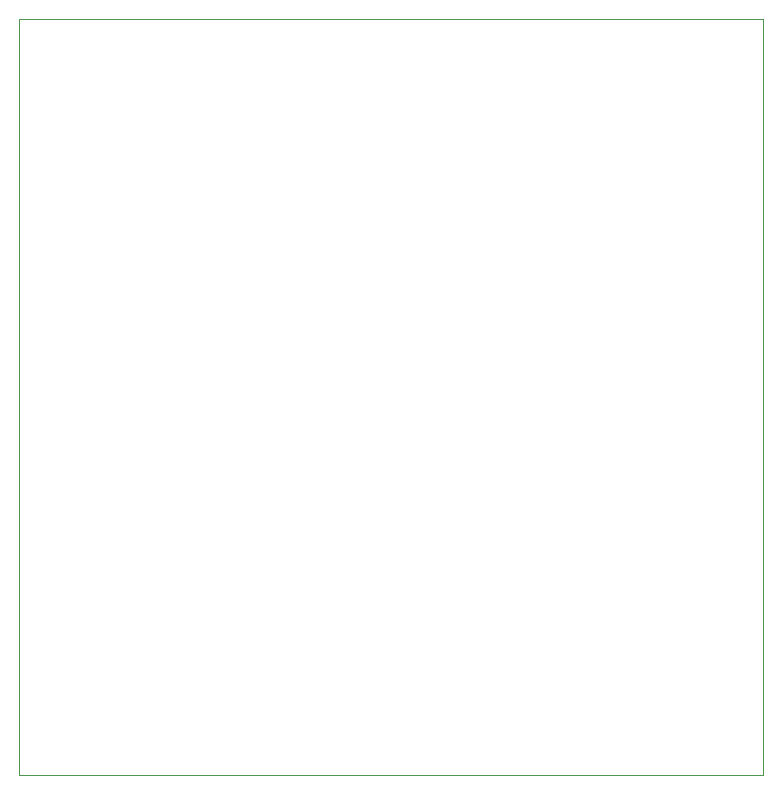
<source format=gbr>
%TF.GenerationSoftware,KiCad,Pcbnew,8.0.3*%
%TF.CreationDate,2025-03-24T19:08:41+01:00*%
%TF.ProjectId,PCB_1_Esp32_Screen,5043425f-315f-4457-9370-33325f536372,rev?*%
%TF.SameCoordinates,Original*%
%TF.FileFunction,Profile,NP*%
%FSLAX46Y46*%
G04 Gerber Fmt 4.6, Leading zero omitted, Abs format (unit mm)*
G04 Created by KiCad (PCBNEW 8.0.3) date 2025-03-24 19:08:41*
%MOMM*%
%LPD*%
G01*
G04 APERTURE LIST*
%TA.AperFunction,Profile*%
%ADD10C,0.050000*%
%TD*%
G04 APERTURE END LIST*
D10*
X101000000Y-69000000D02*
X164000000Y-69000000D01*
X164000000Y-133000000D01*
X101000000Y-133000000D01*
X101000000Y-69000000D01*
M02*

</source>
